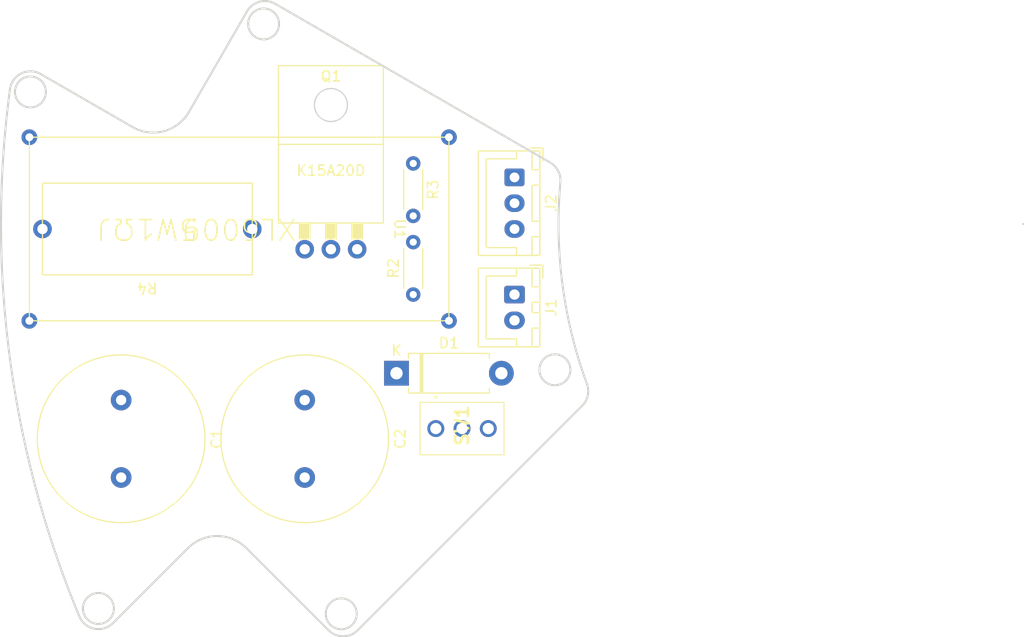
<source format=kicad_pcb>
(kicad_pcb (version 20211014) (generator pcbnew)
  (layers (0 "F.Cu" signal) (31 "B.Cu" signal) (34 "B.Paste" user) (35 "F.Paste" user) (36 "B.SilkS" user "B.Silkscreen") (37 "F.SilkS" user "F.Silkscreen") (38 "B.Mask" user) (39 "F.Mask" user) (44 "Edge.Cuts" user))
  (net 0 "")
  (net 1 "Net-(C1-Pad1)")
  (net 2 "Net-(C1-Pad2)")
  (net 3 "+12V")
  (net 4 "Net-(D1-Pad2)")
  (net 5 "GND")
  (net 6 "Net-(J2-Pad1)")
  (net 7 "Net-(Q1-Pad1)")
  (net 8 "Net-(Q1-Pad2)")
  (net 9 "Net-(Q1-Pad3)")
  (net 10 "Net-(SW1-Pad2)")
  (footprint "Resistor_THT:R_Axial_DIN0204_L3.6mm_D1.6mm_P5.08mm_Horizontal" (layer "F.Cu") (at 161.64 97.79 90)
    (fp_text reference "R2" (at 2.54 -1.92 90) (layer "F.SilkS"))
    (fp_text value "10K")
    (fp_line (start 0.62 0.92) (end 4.46 0.92) (layer "F.SilkS") (width 0.12))
    (fp_line (start 0.62 -0.92) (end 4.46 -0.92) (layer "F.SilkS") (width 0.12))
    (pad "1" thru_hole circle (at 0 0 90) (size 1.4 1.4) (drill 0.7) (layers *.Cu *.Mask) (net 9 "Net-(Q1-Pad3)"))
    (pad "2" thru_hole oval (at 5.08 0 90) (size 1.4 1.4) (drill 0.7) (layers *.Cu *.Mask) (net 7 "Net-(Q1-Pad1)"))
  )
  (footprint "Lib:K15A20D" (layer "F.Cu") (at 153.67 71.049)
    (fp_text reference "Q1" (at 0 5.588 unlocked) (layer "F.SilkS"))
    (fp_text value "Q_NMOS_GDS")
    (fp_text user "K15A20D" (at 0 14.732 unlocked) (layer "F.SilkS"))
    (fp_line (start 5.08 4.572) (end 5.08 19.812) (layer "F.SilkS") (width 0.12))
    (fp_line (start -5.08 19.812) (end -5.08 4.572) (layer "F.SilkS") (width 0.12))
    (fp_line (start -5.08 12.192) (end 5.08 12.192) (layer "F.SilkS") (width 0.12))
    (fp_line (start -5.08 4.572) (end 5.08 4.572) (layer "F.SilkS") (width 0.12))
    (fp_line (start 5.08 19.812) (end -5.08 19.812) (layer "F.SilkS") (width 0.12))
    (fp_poly (pts (xy 2.032 19.812) (xy 3.048 19.812) (xy 3.048 21.336) (xy 2.032 21.336)) (layer "F.SilkS") (width 0.12) (fill solid))
    (fp_poly (pts (xy -3.048 19.812) (xy -2.032 19.812) (xy -2.032 21.336) (xy -3.048 21.336)) (layer "F.SilkS") (width 0.12) (fill solid))
    (fp_poly (pts (xy -0.508 19.812) (xy 0.508 19.812) (xy 0.508 21.336) (xy -0.508 21.336)) (layer "F.SilkS") (width 0.12) (fill solid))
    (fp_circle (center 0 8.382) (end -1.6 8.382) (layer "Edge.Cuts") (width 0.12) (fill none))
    (pad "1" thru_hole circle (at -2.54 22.352 180) (size 1.8 1.8) (drill 1) (layers *.Cu *.Mask) (net 7 "Net-(Q1-Pad1)"))
    (pad "2" thru_hole circle (at 0 22.352 180) (size 1.8 1.8) (drill 1) (layers *.Cu *.Mask) (net 8 "Net-(Q1-Pad2)"))
    (pad "3" thru_hole circle (at 2.54 22.352 180) (size 1.8 1.8) (drill 1) (layers *.Cu *.Mask) (net 9 "Net-(Q1-Pad3)"))
  )
  (footprint "Connector_JST:JST_XH_B2B-XH-A_1x02_P2.50mm_Vertical" (layer "F.Cu") (at 171.45 97.79 -90)
    (fp_text reference "J1" (at 1.25 -3.55 90) (layer "F.SilkS"))
    (fp_text value "Conn_01x02_Female")
    (fp_line (start 5.05 -0.2) (end 4.3 -0.2) (layer "F.SilkS") (width 0.12))
    (fp_line (start 3.25 -2.45) (end 3.25 -1.7) (layer "F.SilkS") (width 0.12))
    (fp_line (start 5.05 -2.45) (end 3.25 -2.45) (layer "F.SilkS") (width 0.12))
    (fp_line (start 1.75 -2.45) (end 0.75 -2.45) (layer "F.SilkS") (width 0.12))
    (fp_line (start -0.75 -2.45) (end -2.55 -2.45) (layer "F.SilkS") (width 0.12))
    (fp_line (start 5.05 -1.7) (end 5.05 -2.45) (layer "F.SilkS") (width 0.12))
    (fp_line (start 4.3 -0.2) (end 4.3 2.75) (layer "F.SilkS") (width 0.12))
    (fp_line (start 3.25 -1.7) (end 5.05 -1.7) (layer "F.SilkS") (width 0.12))
    (fp_line (start -2.55 -2.45) (end -2.55 -1.7) (layer "F.SilkS") (width 0.12))
    (fp_line (start -1.8 -0.2) (end -1.8 2.75) (layer "F.SilkS") (width 0.12))
    (fp_line (start -2.85 -2.75) (end -2.85 -1.5) (layer "F.SilkS") (width 0.12))
    (fp_line (start -0.75 -1.7) (end -0.75 -2.45) (layer "F.SilkS") (width 0.12))
    (fp_line (start 5.06 -2.46) (end -2.56 -2.46) (layer "F.SilkS") (width 0.12))
    (fp_line (start 0.75 -1.7) (end 1.75 -1.7) (layer "F.SilkS") (width 0.12))
    (fp_line (start -2.56 -2.46) (end -2.56 3.51) (layer "F.SilkS") (width 0.12))
    (fp_line (start -2.55 -0.2) (end -1.8 -0.2) (layer "F.SilkS") (width 0.12))
    (fp_line (start 0.75 -2.45) (end 0.75 -1.7) (layer "F.SilkS") (width 0.12))
    (fp_line (start 1.75 -1.7) (end 1.75 -2.45) (layer "F.SilkS") (width 0.12))
    (fp_line (start 4.3 2.75) (end 1.25 2.75) (layer "F.SilkS") (width 0.12))
    (fp_line (start -2.55 -1.7) (end -0.75 -1.7) (layer "F.SilkS") (width 0.12))
    (fp_line (start -2.56 3.51) (end 5.06 3.51) (layer "F.SilkS") (width 0.12))
    (fp_line (start 5.06 3.51) (end 5.06 -2.46) (layer "F.SilkS") (width 0.12))
    (fp_line (start -1.6 -2.75) (end -2.85 -2.75) (layer "F.SilkS") (width 0.12))
    (fp_line (start -1.8 2.75) (end 1.25 2.75) (layer "F.SilkS") (width 0.12))
    (pad "1" thru_hole roundrect (at 0 0 270) (size 1.7 2) (drill 1) (layers *.Cu *.Mask) (roundrect_rratio 0.147059) (net 5 "GND"))
    (pad "2" thru_hole oval (at 2.5 0 270) (size 1.7 2) (drill 1) (layers *.Cu *.Mask) (net 4 "Net-(D1-Pad2)"))
  )
  (footprint "Resistor_THT:R_Axial_DIN0204_L3.6mm_D1.6mm_P5.08mm_Horizontal" (layer "F.Cu") (at 161.64 85.09 -90)
    (fp_text reference "R3" (at 2.54 -1.92 90) (layer "F.SilkS"))
    (fp_text value "100")
    (fp_line (start 0.62 0.92) (end 4.46 0.92) (layer "F.SilkS") (width 0.12))
    (fp_line (start 0.62 -0.92) (end 4.46 -0.92) (layer "F.SilkS") (width 0.12))
    (pad "1" thru_hole circle (at 0 0 270) (size 1.4 1.4) (drill 0.7) (layers *.Cu *.Mask) (net 6 "Net-(J2-Pad1)"))
    (pad "2" thru_hole oval (at 5.08 0 270) (size 1.4 1.4) (drill 0.7) (layers *.Cu *.Mask) (net 7 "Net-(Q1-Pad1)"))
  )
  (footprint "Diode_THT:D_DO-15_P10.16mm_Horizontal" (layer "F.Cu") (at 160.02 105.41)
    (fp_text reference "D1" (at 5.08 -2.92) (layer "F.SilkS"))
    (fp_text value "D")
    (fp_text user "K" (at 0 -2.2) (layer "F.SilkS"))
    (fp_line (start 2.42 -1.92) (end 2.42 1.92) (layer "F.SilkS") (width 0.12))
    (fp_line (start 1.16 -1.92) (end 9 -1.92) (layer "F.SilkS") (width 0.12))
    (fp_line (start 1.16 -1.44) (end 1.16 -1.92) (layer "F.SilkS") (width 0.12))
    (fp_line (start 1.16 1.92) (end 9 1.92) (layer "F.SilkS") (width 0.12))
    (fp_line (start 9 -1.92) (end 9 -1.44) (layer "F.SilkS") (width 0.12))
    (fp_line (start 1.16 1.44) (end 1.16 1.92) (layer "F.SilkS") (width 0.12))
    (fp_line (start 2.54 -1.92) (end 2.54 1.92) (layer "F.SilkS") (width 0.12))
    (fp_line (start 2.3 -1.92) (end 2.3 1.92) (layer "F.SilkS") (width 0.12))
    (fp_line (start 9 1.92) (end 9 1.44) (layer "F.SilkS") (width 0.12))
    (pad "1" thru_hole rect (at 0 0) (size 2.4 2.4) (drill 1.2) (layers *.Cu *.Mask) (net 3 "+12V"))
    (pad "2" thru_hole oval (at 10.16 0) (size 2.4 2.4) (drill 1.2) (layers *.Cu *.Mask) (net 4 "Net-(D1-Pad2)"))
  )
  (footprint "Lib:XL6009" (layer "F.Cu") (at 170.18 91.44 -90)
    (fp_text reference "U1" (at 0 9.836 -90 unlocked) (layer "F.SilkS"))
    (fp_text value "XL6009")
    (fp_text user "XL6009" (at 0 25.4 180 unlocked) (layer "F.SilkS") (effects (font (size 2 2))))
    (fp_rect (start -8.89 5.08) (end 8.89 45.72) (layer "F.SilkS") (width 0.12) (fill none))
    (pad "1" thru_hole circle (at 8.89 5.08 270) (size 1.524 1.524) (drill 0.762) (layers *.Cu *.Mask) (net 10 "Net-(SW1-Pad2)"))
    (pad "2" thru_hole circle (at -8.89 5.08 270) (size 1.524 1.524) (drill 0.762) (layers *.Cu *.Mask) (net 5 "GND"))
    (pad "3" thru_hole circle (at 8.89 45.72 270) (size 1.524 1.524) (drill 0.762) (layers *.Cu *.Mask) (net 1 "Net-(C1-Pad1)"))
    (pad "4" thru_hole circle (at -8.89 45.72 270) (size 1.524 1.524) (drill 0.762) (layers *.Cu *.Mask) (net 9 "Net-(Q1-Pad3)"))
  )
  (footprint "Lib:5W 1Ω sement" (layer "F.Cu") (at 135.89 96.52 180)
    (fp_text reference "R4" (at 0 -0.635 180 unlocked) (layer "F.SilkS"))
    (fp_text value "1")
    (fp_text user "5W1ΩJ" (at 0 5.08 180 unlocked) (layer "F.SilkS") (effects (font (size 2 2))))
    (fp_line (start 10.16 0.635) (end -10.16 0.635) (layer "F.SilkS") (width 0.12))
    (fp_line (start 10.16 9.525) (end 10.16 0.635) (layer "F.SilkS") (width 0.12))
    (fp_line (start -10.16 9.525) (end -10.16 0.635) (layer "F.SilkS") (width 0.12))
    (fp_line (start -10.16 9.525) (end 10.16 9.525) (layer "F.SilkS") (width 0.12))
    (pad "1" thru_hole circle (at 10.16 5.08) (size 1.8 1.8) (drill 1) (layers *.Cu *.Mask) (net 2 "Net-(C1-Pad2)"))
    (pad "2" thru_hole circle (at -10.16 5.08) (size 1.8 1.8) (drill 1) (layers *.Cu *.Mask) (net 8 "Net-(Q1-Pad2)"))
  )
  (footprint "Connector_JST:JST_XH_B3B-XH-A_1x03_P2.50mm_Vertical" (layer "F.Cu") (at 171.45 86.44 -90)
    (fp_text reference "J2" (at 2.5 -3.55 90) (layer "F.SilkS"))
    (fp_text value "Conn_01x03_Female")
    (fp_line (start 0.75 -2.45) (end 0.75 -1.7) (layer "F.SilkS") (width 0.12))
    (fp_line (start -1.8 2.75) (end 2.5 2.75) (layer "F.SilkS") (width 0.12))
    (fp_line (start 7.55 -1.7) (end 7.55 -2.45) (layer "F.SilkS") (width 0.12))
    (fp_line (start -2.55 -2.45) (end -2.55 -1.7) (layer "F.SilkS") (width 0.12))
    (fp_line (start 7.55 -0.2) (end 6.8 -0.2) (layer "F.SilkS") (width 0.12))
    (fp_line (start -1.8 -0.2) (end -1.8 2.75) (layer "F.SilkS") (width 0.12))
    (fp_line (start 4.25 -1.7) (end 4.25 -2.45) (layer "F.SilkS") (width 0.12))
    (fp_line (start 7.56 3.51) (end 7.56 -2.46) (layer "F.SilkS") (width 0.12))
    (fp_line (start 5.75 -2.45) (end 5.75 -1.7) (layer "F.SilkS") (width 0.12))
    (fp_line (start 7.56 -2.46) (end -2.56 -2.46) (layer "F.SilkS") (width 0.12))
    (fp_line (start -2.56 3.51) (end 7.56 3.51) (layer "F.SilkS") (width 0.12))
    (fp_line (start -2.85 -2.75) (end -2.85 -1.5) (layer "F.SilkS") (width 0.12))
    (fp_line (start 7.55 -2.45) (end 5.75 -2.45) (layer "F.SilkS") (width 0.12))
    (fp_line (start 5.75 -1.7) (end 7.55 -1.7) (layer "F.SilkS") (width 0.12))
    (fp_line (start 6.8 2.75) (end 2.5 2.75) (layer "F.SilkS") (width 0.12))
    (fp_line (start 4.25 -2.45) (end 0.75 -2.45) (layer "F.SilkS") (width 0.12))
    (fp_line (start -2.55 -1.7) (end -0.75 -1.7) (layer "F.SilkS") (width 0.12))
    (fp_line (start 0.75 -1.7) (end 4.25 -1.7) (layer "F.SilkS") (width 0.12))
    (fp_line (start -1.6 -2.75) (end -2.85 -2.75) (layer "F.SilkS") (width 0.12))
    (fp_line (start -0.75 -2.45) (end -2.55 -2.45) (layer "F.SilkS") (width 0.12))
    (fp_line (start 6.8 -0.2) (end 6.8 2.75) (layer "F.SilkS") (width 0.12))
    (fp_line (start -2.55 -0.2) (end -1.8 -0.2) (layer "F.SilkS") (width 0.12))
    (fp_line (start -2.56 -2.46) (end -2.56 3.51) (layer "F.SilkS") (width 0.12))
    (fp_line (start -0.75 -1.7) (end -0.75 -2.45) (layer "F.SilkS") (width 0.12))
    (pad "1" thru_hole roundrect (at 0 0 270) (size 1.7 1.95) (drill 0.95) (layers *.Cu *.Mask) (roundrect_rratio 0.147059) (net 6 "Net-(J2-Pad1)"))
    (pad "2" thru_hole oval (at 2.5 0 270) (size 1.7 1.95) (drill 0.95) (layers *.Cu *.Mask) (net 1 "Net-(C1-Pad1)"))
    (pad "3" thru_hole oval (at 5 0 270) (size 1.7 1.95) (drill 0.95) (layers *.Cu *.Mask) (net 2 "Net-(C1-Pad2)"))
  )
  (footprint "Lib:2MS1T2B4M2QES" (layer "F.Cu") (at 163.83 110.77 -90)
    (fp_text reference "SW1" (at -0.28 -2.54 90) (layer "F.SilkS") (effects (font (size 1.27 1.27) (thickness 0.254))))
    (fp_text value "SW_DIP_x01" hide)
    (fp_line (start 2.54 1.525) (end 2.54 -6.605) (layer "F.SilkS") (width 0.1))
    (fp_line (start 2.54 -6.605) (end -2.54 -6.605) (layer "F.SilkS") (width 0.1))
    (fp_line (start -3.1 0) (end -3.1 0) (layer "F.SilkS") (width 0.2))
    (fp_line (start -3.1 0) (end -3.1 0) (layer "F.SilkS") (width 0.2))
    (fp_line (start -2.54 1.525) (end 2.54 1.525) (layer "F.SilkS") (width 0.1))
    (fp_line (start -2.54 -6.605) (end -2.54 1.525) (layer "F.SilkS") (width 0.1))
    (fp_line (start -3 0) (end -3 0) (layer "F.SilkS") (width 0.2))
    (fp_arc (start -3 0) (mid -3.05 0.05) (end -3.1 0) (layer "F.SilkS") (width 0.2))
    (fp_arc (start -3.1 0) (mid -3.05 -0.05) (end -3 0) (layer "F.SilkS") (width 0.2))
    (fp_arc (start -3 0) (mid -3.05 0.05) (end -3.1 0) (layer "F.SilkS") (width 0.2))
    (pad "1" thru_hole circle locked (at 0 0 270) (size 1.635 1.635) (drill 1.09) (layers *.Cu *.Mask) (net 3 "+12V"))
    (pad "2" thru_hole circle locked (at 0 -2.54 270) (size 1.635 1.635) (drill 1.09) (layers *.Cu *.Mask) (net 10 "Net-(SW1-Pad2)"))
    (pad "3" thru_hole circle locked (at 0 -5.08 270) (size 1.635 1.635) (drill 1.09) (layers *.Cu *.Mask))
  )
  (footprint "Capacitor_THT:C_Radial_D16.0mm_H31.5mm_P7.50mm" (layer "F.Cu") (at 133.35 108.01 -90)
    (fp_text reference "C1" (at 3.75 -9.25 90) (layer "F.SilkS"))
    (fp_text value "C")
    (fp_circle (center 3.75 0) (end 11.87 0) (layer "F.SilkS") (width 0.12) (fill none))
    (pad "1" thru_hole circle (at 0 0 270) (size 2 2) (drill 1) (layers *.Cu *.Mask) (net 1 "Net-(C1-Pad1)"))
    (pad "2" thru_hole circle (at 7.5 0 270) (size 2 2) (drill 1) (layers *.Cu *.Mask) (net 2 "Net-(C1-Pad2)"))
  )
  (footprint "Capacitor_THT:C_Radial_D16.0mm_H31.5mm_P7.50mm" (layer "F.Cu") (at 151.13 108.01 -90)
    (fp_text reference "C2" (at 3.75 -9.25 90) (layer "F.SilkS"))
    (fp_text value "C")
    (fp_circle (center 3.75 0) (end 11.87 0) (layer "F.SilkS") (width 0.12) (fill none))
    (pad "1" thru_hole circle (at 0 0 270) (size 2 2) (drill 1) (layers *.Cu *.Mask) (net 1 "Net-(C1-Pad1)"))
    (pad "2" thru_hole circle (at 7.5 0 270) (size 2 2) (drill 1) (layers *.Cu *.Mask) (net 2 "Net-(C1-Pad2)"))
  )
  (gr_arc (start 145.542 70.358) (mid 146.756412 69.426148) (end 148.27405 69.625949) (layer "Edge.Cuts") (width 0.2))
  (gr_line (start 132.563108 129.608731) (end 139.822299 122.349539) (layer "Edge.Cuts") (width 0.2))
  (gr_line (start 174.905194 85.001447) (end 148.27405 69.625949) (layer "Edge.Cuts") (width 0.2))
  (gr_arc (start 178.47012 106.457016) (mid 176.100295 96.827676) (end 175.897114 86.913093) (layer "Edge.Cuts") (width 0.2))
  (gr_circle (center 147.14905 71.574506) (end 148.64905 71.574506) (layer "Edge.Cuts") (width 0.2) (fill none))
  (gr_circle (center 131.148894 128.194517) (end 132.648894 128.194517) (layer "Edge.Cuts") (width 0.2) (fill none))
  (gr_line (start 156.262532 130.30449) (end 178.00677 108.560253) (layer "Edge.Cuts") (width 0.2))
  (gr_arc (start 178.47012 106.457016) (mid 178.54572 107.576328) (end 178.00677 108.560253) (layer "Edge.Cuts") (width 0.2))
  (gr_line (start 145.542 70.358) (end 139.917 80.100786) (layer "Edge.Cuts") (width 0.2))
  (gr_arc (start 129.302164 128.962363) (mid 122.562274 103.876091) (end 122.579703 77.900201) (layer "Edge.Cuts") (width 0.2))
  (gr_line (start 134.452898 81.564887) (end 125.56224 76.431864) (layer "Edge.Cuts") (width 0.2))
  (gr_arc (start 174.905194 85.001447) (mid 175.680439 85.812354) (end 175.897114 86.913093) (layer "Edge.Cuts") (width 0.2))
  (gr_circle (center 154.671542 128.7135) (end 156.171542 128.7135) (layer "Edge.Cuts") (width 0.2) (fill none))
  (gr_arc (start 139.822299 122.349539) (mid 142.650726 121.177966) (end 145.479153 122.349539) (layer "Edge.Cuts") (width 0.2))
  (gr_arc (start 132.563108 129.608731) (mid 130.76003 130.156349) (end 129.302164 128.962363) (layer "Edge.Cuts") (width 0.2))
  (gr_line (start 145.479153 122.349539) (end 153.434105 130.30449) (layer "Edge.Cuts") (width 0.2))
  (gr_arc (start 122.579703 77.900201) (mid 123.678867 76.369576) (end 125.56224 76.431864) (layer "Edge.Cuts") (width 0.2))
  (gr_arc (start 156.262532 130.30449) (mid 154.848318 130.890277) (end 153.434105 130.30449) (layer "Edge.Cuts") (width 0.2))
  (gr_circle (center 220.715315 90.953998) (end 220.815315 90.953998) (layer "Edge.Cuts") (width 0.0001) (fill solid))
  (gr_circle (center 124.56224 78.163914) (end 126.06224 78.163914) (layer "Edge.Cuts") (width 0.2) (fill none))
  (gr_circle (center 175.363272 105.0764) (end 176.863272 105.0764) (layer "Edge.Cuts") (width 0.2) (fill none))
  (gr_arc (start 139.917 80.100786) (mid 137.488174 81.964489) (end 134.452898 81.564887) (layer "Edge.Cuts") (width 0.2))
)
</source>
